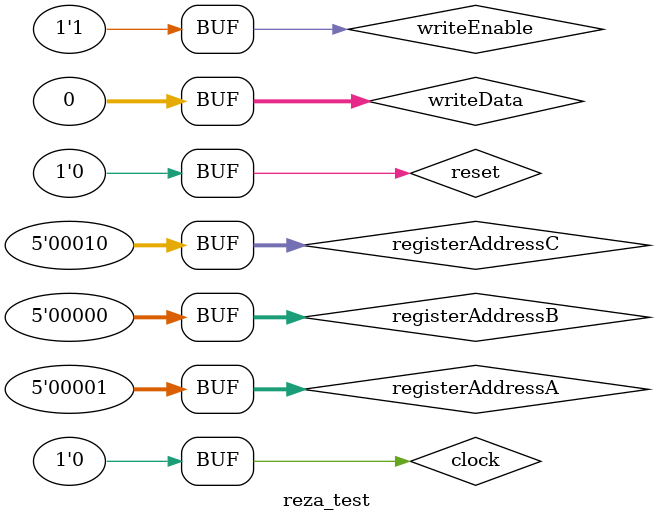
<source format=v>
`timescale 1ns / 1ps

module reza_test;

	// Inputs
	reg clock;
	reg reset;
	reg [4:0] registerAddressA;
	reg [4:0] registerAddressB;
	reg [4:0] registerAddressC;
	reg [31:0] writeData;
	reg writeEnable;

	// Outputs
	wire [31:0] registerDataA;
	wire [31:0] registerDataB;

	// Instantiate the Unit Under Test (UUT)
	reza_register uut (
		.clock(clock), 
		.reset(reset), 
		.registerAddressA(registerAddressA), 
		.registerAddressB(registerAddressB), 
		.registerAddressC(registerAddressC), 
		.writeData(writeData), 
		.writeEnable(writeEnable), 
		.registerDataA(registerDataA), 
		.registerDataB(registerDataB)
	);

	initial begin
		// Initialize Inputs
		clock = 0;
		reset = 0;
		registerAddressA = 0;
		registerAddressB = 0;
		registerAddressC = 0;
		writeData = 0;
		writeEnable = 0;

		// Wait 100 ns for global reset to finish
		#100;
        
		// Add stimulus here

	reset=0;
   registerAddressA=1;
   registerAddressB=0;
   registerAddressC=2;
   writeData=32'h00000000;
   writeEnable = 1;

	end
      
endmodule

</source>
